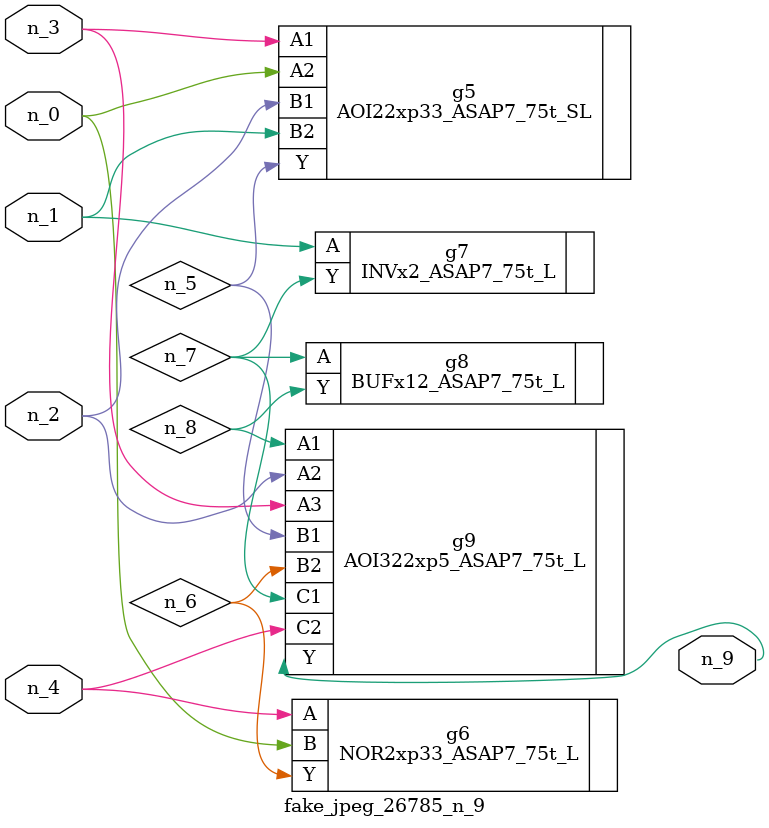
<source format=v>
module fake_jpeg_26785_n_9 (n_3, n_2, n_1, n_0, n_4, n_9);

input n_3;
input n_2;
input n_1;
input n_0;
input n_4;

output n_9;

wire n_8;
wire n_6;
wire n_5;
wire n_7;

AOI22xp33_ASAP7_75t_SL g5 ( 
.A1(n_3),
.A2(n_0),
.B1(n_2),
.B2(n_1),
.Y(n_5)
);

NOR2xp33_ASAP7_75t_L g6 ( 
.A(n_4),
.B(n_0),
.Y(n_6)
);

INVx2_ASAP7_75t_L g7 ( 
.A(n_1),
.Y(n_7)
);

BUFx12_ASAP7_75t_L g8 ( 
.A(n_7),
.Y(n_8)
);

AOI322xp5_ASAP7_75t_L g9 ( 
.A1(n_8),
.A2(n_2),
.A3(n_3),
.B1(n_5),
.B2(n_6),
.C1(n_7),
.C2(n_4),
.Y(n_9)
);


endmodule
</source>
